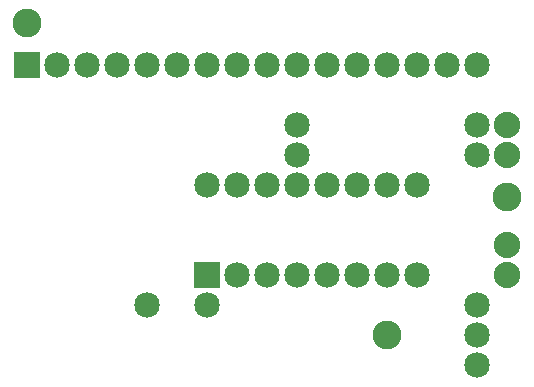
<source format=gts>
G04 MADE WITH FRITZING*
G04 WWW.FRITZING.ORG*
G04 DOUBLE SIDED*
G04 HOLES PLATED*
G04 CONTOUR ON CENTER OF CONTOUR VECTOR*
%ASAXBY*%
%FSLAX23Y23*%
%MOIN*%
%OFA0B0*%
%SFA1.0B1.0*%
%ADD10C,0.085000*%
%ADD11C,0.088000*%
%ADD12C,0.096614*%
%ADD13R,0.085000X0.085000*%
%LNMASK1*%
G90*
G70*
G54D10*
X1009Y918D03*
X1609Y918D03*
X1009Y818D03*
X1609Y818D03*
X509Y318D03*
X709Y318D03*
X1609Y118D03*
X1609Y218D03*
X1609Y318D03*
G54D11*
X1709Y518D03*
X1709Y418D03*
G54D10*
X708Y419D03*
X708Y719D03*
X808Y419D03*
X808Y719D03*
X908Y419D03*
X908Y719D03*
X1008Y419D03*
X1008Y719D03*
X1108Y419D03*
X1108Y719D03*
X1208Y419D03*
X1208Y719D03*
X1308Y419D03*
X1308Y719D03*
X1408Y419D03*
X1408Y719D03*
G54D11*
X1709Y918D03*
X1709Y818D03*
G54D10*
X109Y1118D03*
X209Y1118D03*
X309Y1118D03*
X409Y1118D03*
X509Y1118D03*
X609Y1118D03*
X709Y1118D03*
X809Y1118D03*
X909Y1118D03*
X1009Y1118D03*
X1109Y1118D03*
X1209Y1118D03*
X1309Y1118D03*
X1409Y1118D03*
X1509Y1118D03*
X1609Y1118D03*
G54D12*
X109Y1257D03*
X1709Y679D03*
X1309Y218D03*
G54D13*
X708Y419D03*
X108Y1118D03*
G04 End of Mask1*
M02*
</source>
